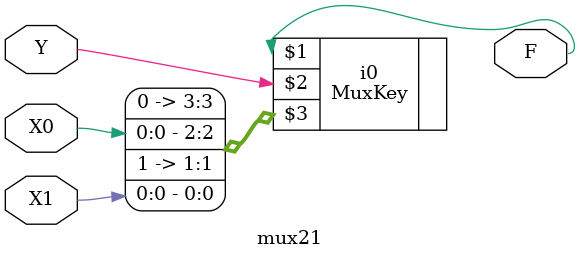
<source format=v>
`include"MuxKey.v"
module mux21(X0,X1,Y,F);
   input X0,X1,Y;
   output F;
   MuxKey #(2,1,1) i0 (F,Y,{
      1'b0,X0,
      1'b1,X1});
endmodule

</source>
